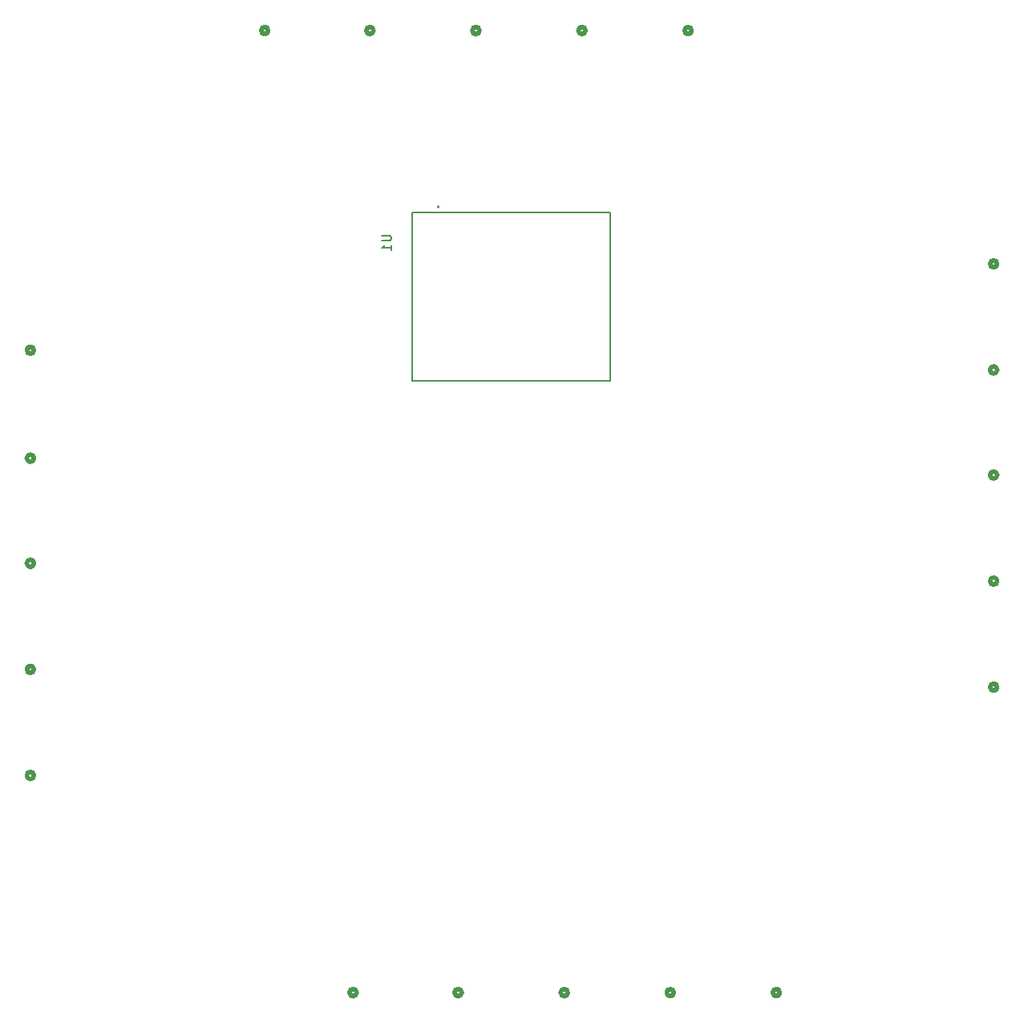
<source format=gbr>
%TF.GenerationSoftware,KiCad,Pcbnew,8.0.8*%
%TF.CreationDate,2025-05-19T18:04:48-07:00*%
%TF.ProjectId,ddi,6464692e-6b69-4636-9164-5f7063625858,rev?*%
%TF.SameCoordinates,Original*%
%TF.FileFunction,Legend,Bot*%
%TF.FilePolarity,Positive*%
%FSLAX46Y46*%
G04 Gerber Fmt 4.6, Leading zero omitted, Abs format (unit mm)*
G04 Created by KiCad (PCBNEW 8.0.8) date 2025-05-19 18:04:48*
%MOMM*%
%LPD*%
G01*
G04 APERTURE LIST*
%ADD10C,0.150000*%
%ADD11C,0.508000*%
%ADD12C,0.127000*%
%ADD13C,0.200000*%
G04 APERTURE END LIST*
D10*
X138276319Y-84343095D02*
X139085842Y-84343095D01*
X139085842Y-84343095D02*
X139181080Y-84390714D01*
X139181080Y-84390714D02*
X139228700Y-84438333D01*
X139228700Y-84438333D02*
X139276319Y-84533571D01*
X139276319Y-84533571D02*
X139276319Y-84724047D01*
X139276319Y-84724047D02*
X139228700Y-84819285D01*
X139228700Y-84819285D02*
X139181080Y-84866904D01*
X139181080Y-84866904D02*
X139085842Y-84914523D01*
X139085842Y-84914523D02*
X138276319Y-84914523D01*
X139276319Y-85914523D02*
X139276319Y-85343095D01*
X139276319Y-85628809D02*
X138276319Y-85628809D01*
X138276319Y-85628809D02*
X138419176Y-85533571D01*
X138419176Y-85533571D02*
X138514414Y-85438333D01*
X138514414Y-85438333D02*
X138562033Y-85343095D01*
D11*
%TO.C,SW17*%
X171020100Y-62699997D02*
G75*
G02*
X170258100Y-62699997I-381000J0D01*
G01*
X170258100Y-62699997D02*
G75*
G02*
X171020100Y-62699997I381000J0D01*
G01*
%TO.C,SW1*%
X126320100Y-62699997D02*
G75*
G02*
X125558100Y-62699997I-381000J0D01*
G01*
X125558100Y-62699997D02*
G75*
G02*
X126320100Y-62699997I381000J0D01*
G01*
%TO.C,SW11*%
X203281003Y-109639100D02*
G75*
G02*
X202519003Y-109639100I-381000J0D01*
G01*
X202519003Y-109639100D02*
G75*
G02*
X203281003Y-109639100I381000J0D01*
G01*
%TO.C,SW15*%
X101580997Y-107860899D02*
G75*
G02*
X100818997Y-107860899I-381000J0D01*
G01*
X100818997Y-107860899D02*
G75*
G02*
X101580997Y-107860899I381000J0D01*
G01*
%TO.C,SW8*%
X169141899Y-164300003D02*
G75*
G02*
X168379899Y-164300003I-381000J0D01*
G01*
X168379899Y-164300003D02*
G75*
G02*
X169141899Y-164300003I381000J0D01*
G01*
%TO.C,SW12*%
X157941899Y-164300003D02*
G75*
G02*
X157179899Y-164300003I-381000J0D01*
G01*
X157179899Y-164300003D02*
G75*
G02*
X157941899Y-164300003I381000J0D01*
G01*
%TO.C,SW14*%
X203281003Y-120839100D02*
G75*
G02*
X202519003Y-120839100I-381000J0D01*
G01*
X202519003Y-120839100D02*
G75*
G02*
X203281003Y-120839100I381000J0D01*
G01*
%TO.C,SW10*%
X148620100Y-62699997D02*
G75*
G02*
X147858100Y-62699997I-381000J0D01*
G01*
X147858100Y-62699997D02*
G75*
G02*
X148620100Y-62699997I381000J0D01*
G01*
%TO.C,SW6*%
X203281003Y-98539100D02*
G75*
G02*
X202519003Y-98539100I-381000J0D01*
G01*
X202519003Y-98539100D02*
G75*
G02*
X203281003Y-98539100I381000J0D01*
G01*
%TO.C,SW5*%
X137420100Y-62699997D02*
G75*
G02*
X136658100Y-62699997I-381000J0D01*
G01*
X136658100Y-62699997D02*
G75*
G02*
X137420100Y-62699997I381000J0D01*
G01*
%TO.C,SW2*%
X203281003Y-87339100D02*
G75*
G02*
X202519003Y-87339100I-381000J0D01*
G01*
X202519003Y-87339100D02*
G75*
G02*
X203281003Y-87339100I381000J0D01*
G01*
%TO.C,SW9*%
X101580997Y-118960900D02*
G75*
G02*
X100818997Y-118960900I-381000J0D01*
G01*
X100818997Y-118960900D02*
G75*
G02*
X101580997Y-118960900I381000J0D01*
G01*
%TO.C,SW16*%
X146741899Y-164300003D02*
G75*
G02*
X145979899Y-164300003I-381000J0D01*
G01*
X145979899Y-164300003D02*
G75*
G02*
X146741899Y-164300003I381000J0D01*
G01*
%TO.C,SW7*%
X101580997Y-130160899D02*
G75*
G02*
X100818997Y-130160899I-381000J0D01*
G01*
X100818997Y-130160899D02*
G75*
G02*
X101580997Y-130160899I381000J0D01*
G01*
%TO.C,SW13*%
X159820100Y-62699997D02*
G75*
G02*
X159058100Y-62699997I-381000J0D01*
G01*
X159058100Y-62699997D02*
G75*
G02*
X159820100Y-62699997I381000J0D01*
G01*
%TO.C,SW20*%
X135641899Y-164300003D02*
G75*
G02*
X134879899Y-164300003I-381000J0D01*
G01*
X134879899Y-164300003D02*
G75*
G02*
X135641899Y-164300003I381000J0D01*
G01*
%TO.C,SW18*%
X203281003Y-132039100D02*
G75*
G02*
X202519003Y-132039100I-381000J0D01*
G01*
X202519003Y-132039100D02*
G75*
G02*
X203281003Y-132039100I381000J0D01*
G01*
%TO.C,SW4*%
X180341899Y-164300003D02*
G75*
G02*
X179579899Y-164300003I-381000J0D01*
G01*
X179579899Y-164300003D02*
G75*
G02*
X180341899Y-164300003I381000J0D01*
G01*
%TO.C,SW19*%
X101580997Y-96460899D02*
G75*
G02*
X100818997Y-96460899I-381000J0D01*
G01*
X100818997Y-96460899D02*
G75*
G02*
X101580997Y-96460899I381000J0D01*
G01*
%TO.C,SW3*%
X101580997Y-141360899D02*
G75*
G02*
X100818997Y-141360899I-381000J0D01*
G01*
X100818997Y-141360899D02*
G75*
G02*
X101580997Y-141360899I381000J0D01*
G01*
D12*
%TO.C,U1*%
X141479000Y-81930000D02*
X162434000Y-81930000D01*
X141479000Y-99710000D02*
X141479000Y-81930000D01*
X162434000Y-81930000D02*
X162434000Y-99710000D01*
X162434000Y-99710000D02*
X141479000Y-99710000D01*
D13*
X144373000Y-81320000D02*
G75*
G02*
X144173000Y-81320000I-100000J0D01*
G01*
X144173000Y-81320000D02*
G75*
G02*
X144373000Y-81320000I100000J0D01*
G01*
%TD*%
M02*

</source>
